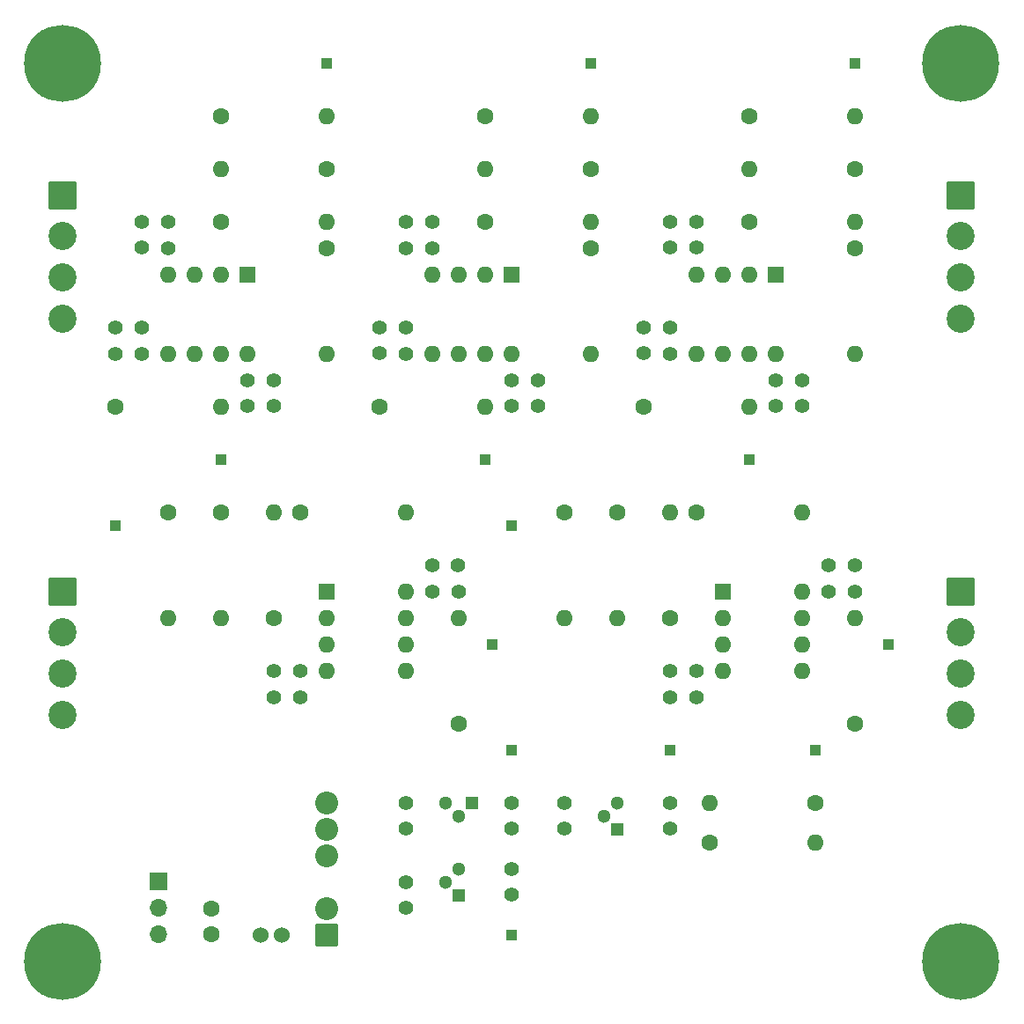
<source format=gbr>
%TF.GenerationSoftware,KiCad,Pcbnew,8.0.2*%
%TF.CreationDate,2024-06-17T20:12:45-06:00*%
%TF.ProjectId,amplifone-sega-adapter,616d706c-6966-46f6-9e65-2d736567612d,rev?*%
%TF.SameCoordinates,Original*%
%TF.FileFunction,Soldermask,Bot*%
%TF.FilePolarity,Negative*%
%FSLAX46Y46*%
G04 Gerber Fmt 4.6, Leading zero omitted, Abs format (unit mm)*
G04 Created by KiCad (PCBNEW 8.0.2) date 2024-06-17 20:12:45*
%MOMM*%
%LPD*%
G01*
G04 APERTURE LIST*
G04 Aperture macros list*
%AMRoundRect*
0 Rectangle with rounded corners*
0 $1 Rounding radius*
0 $2 $3 $4 $5 $6 $7 $8 $9 X,Y pos of 4 corners*
0 Add a 4 corners polygon primitive as box body*
4,1,4,$2,$3,$4,$5,$6,$7,$8,$9,$2,$3,0*
0 Add four circle primitives for the rounded corners*
1,1,$1+$1,$2,$3*
1,1,$1+$1,$4,$5*
1,1,$1+$1,$6,$7*
1,1,$1+$1,$8,$9*
0 Add four rect primitives between the rounded corners*
20,1,$1+$1,$2,$3,$4,$5,0*
20,1,$1+$1,$4,$5,$6,$7,0*
20,1,$1+$1,$6,$7,$8,$9,0*
20,1,$1+$1,$8,$9,$2,$3,0*%
G04 Aperture macros list end*
%ADD10RoundRect,0.102000X1.000000X-1.000000X1.000000X1.000000X-1.000000X1.000000X-1.000000X-1.000000X0*%
%ADD11C,2.204000*%
%ADD12RoundRect,0.102000X-1.250000X1.250000X-1.250000X-1.250000X1.250000X-1.250000X1.250000X1.250000X0*%
%ADD13C,2.704000*%
%ADD14R,1.300000X1.300000*%
%ADD15C,1.300000*%
%ADD16C,1.400000*%
%ADD17O,1.600000X1.600000*%
%ADD18C,1.600000*%
%ADD19C,0.800000*%
%ADD20C,7.400000*%
%ADD21R,1.000000X1.000000*%
%ADD22R,1.600000X1.600000*%
%ADD23O,1.700000X1.700000*%
%ADD24R,1.700000X1.700000*%
%ADD25C,1.524000*%
G04 APERTURE END LIST*
D10*
%TO.C,PS1*%
X53340000Y-111760000D03*
D11*
X53340000Y-109220000D03*
X53340000Y-104140000D03*
X53340000Y-101600000D03*
X53340000Y-99060000D03*
%TD*%
D12*
%TO.C,J4*%
X114300000Y-40640000D03*
D13*
X114300000Y-44600000D03*
X114300000Y-48560000D03*
X114300000Y-52520000D03*
%TD*%
D12*
%TO.C,J3*%
X114300000Y-78740000D03*
D13*
X114300000Y-82700000D03*
X114300000Y-86660000D03*
X114300000Y-90620000D03*
%TD*%
D12*
%TO.C,J1*%
X27940000Y-78740000D03*
D13*
X27940000Y-82700000D03*
X27940000Y-86660000D03*
X27940000Y-90620000D03*
%TD*%
D12*
%TO.C,J2*%
X27940000Y-40640000D03*
D13*
X27940000Y-44600000D03*
X27940000Y-48560000D03*
X27940000Y-52520000D03*
%TD*%
D14*
%TO.C,U6*%
X81280000Y-101600000D03*
D15*
X80010000Y-100330000D03*
X81280000Y-99060000D03*
%TD*%
D14*
%TO.C,U7*%
X67310000Y-99060000D03*
D15*
X66040000Y-100330000D03*
X64770000Y-99060000D03*
%TD*%
D14*
%TO.C,U8*%
X66040000Y-107950000D03*
D15*
X64770000Y-106680000D03*
X66040000Y-105410000D03*
%TD*%
D16*
%TO.C,C24*%
X86360000Y-45680000D03*
X86360000Y-43180000D03*
%TD*%
D17*
%TO.C,R3*%
X43140000Y-81280000D03*
D18*
X43140000Y-71120000D03*
%TD*%
D17*
%TO.C,R9*%
X104140000Y-43180000D03*
D18*
X93980000Y-43180000D03*
%TD*%
D16*
%TO.C,C9*%
X65960000Y-76200000D03*
X63460000Y-76200000D03*
%TD*%
%TO.C,C33*%
X35560000Y-53380000D03*
X35560000Y-55880000D03*
%TD*%
D19*
%TO.C,H1*%
X30715000Y-27940000D03*
X29902221Y-29902221D03*
X29902221Y-25977779D03*
X27940000Y-30715000D03*
D20*
X27940000Y-27940000D03*
D19*
X27940000Y-25165000D03*
X25977779Y-29902221D03*
X25977779Y-25977779D03*
X25165000Y-27940000D03*
%TD*%
%TO.C,H3*%
X30715000Y-114300000D03*
X29902221Y-116262221D03*
X29902221Y-112337779D03*
X27940000Y-117075000D03*
D20*
X27940000Y-114300000D03*
D19*
X27940000Y-111525000D03*
X25977779Y-116262221D03*
X25977779Y-112337779D03*
X25165000Y-114300000D03*
%TD*%
D17*
%TO.C,R21*%
X53340000Y-55880000D03*
D18*
X53340000Y-45720000D03*
%TD*%
D16*
%TO.C,C30*%
X58420000Y-53360000D03*
X58420000Y-55860000D03*
%TD*%
D17*
%TO.C,R7*%
X93980000Y-60960000D03*
D18*
X83820000Y-60960000D03*
%TD*%
D16*
%TO.C,C16*%
X71120000Y-60920000D03*
X71120000Y-58420000D03*
%TD*%
D21*
%TO.C,TP12*%
X43180000Y-66040000D03*
%TD*%
D17*
%TO.C,R8*%
X48220000Y-71120000D03*
D18*
X48220000Y-81280000D03*
%TD*%
D17*
%TO.C,U5*%
X45720000Y-55880000D03*
X43180000Y-55880000D03*
X40640000Y-55880000D03*
X38100000Y-55880000D03*
X38100000Y-48260000D03*
X40640000Y-48260000D03*
X43180000Y-48260000D03*
D22*
X45720000Y-48260000D03*
%TD*%
D21*
%TO.C,TP6*%
X78740000Y-27940000D03*
%TD*%
D17*
%TO.C,R5*%
X38060000Y-81280000D03*
D18*
X38060000Y-71120000D03*
%TD*%
D21*
%TO.C,TP9*%
X71120000Y-72390000D03*
%TD*%
D16*
%TO.C,C4*%
X86360000Y-53380000D03*
X86360000Y-55880000D03*
%TD*%
D17*
%TO.C,R22*%
X43180000Y-38100000D03*
D18*
X53340000Y-38100000D03*
%TD*%
D16*
%TO.C,C15*%
X73660000Y-60920000D03*
X73660000Y-58420000D03*
%TD*%
%TO.C,C31*%
X60960000Y-53380000D03*
X60960000Y-55880000D03*
%TD*%
D17*
%TO.C,R2*%
X104140000Y-55880000D03*
D18*
X104140000Y-45720000D03*
%TD*%
D21*
%TO.C,TP2*%
X71120000Y-111760000D03*
%TD*%
%TO.C,TP1*%
X71120000Y-93980000D03*
%TD*%
D17*
%TO.C,U4*%
X99060000Y-78740000D03*
X99060000Y-81280000D03*
X99060000Y-83820000D03*
X99060000Y-86360000D03*
X91440000Y-86360000D03*
X91440000Y-83820000D03*
X91440000Y-81280000D03*
D22*
X91440000Y-78740000D03*
%TD*%
D17*
%TO.C,R25*%
X43180000Y-60960000D03*
D18*
X33020000Y-60960000D03*
%TD*%
D21*
%TO.C,TP7*%
X53340000Y-27940000D03*
%TD*%
D16*
%TO.C,C12*%
X104100000Y-78740000D03*
X101600000Y-78740000D03*
%TD*%
%TO.C,C10*%
X66000000Y-78740000D03*
X63500000Y-78740000D03*
%TD*%
D21*
%TO.C,TP10*%
X93980000Y-66040000D03*
%TD*%
D16*
%TO.C,C6*%
X71120000Y-101560000D03*
X71120000Y-99060000D03*
%TD*%
%TO.C,C19*%
X50760000Y-86360000D03*
X48260000Y-86360000D03*
%TD*%
%TO.C,C21*%
X88860000Y-86360000D03*
X86360000Y-86360000D03*
%TD*%
D17*
%TO.C,R6*%
X104140000Y-33020000D03*
D18*
X93980000Y-33020000D03*
%TD*%
D21*
%TO.C,TP13*%
X69215000Y-83820000D03*
%TD*%
D19*
%TO.C,H4*%
X117075000Y-114300000D03*
X116262221Y-116262221D03*
X116262221Y-112337779D03*
X114300000Y-117075000D03*
D20*
X114300000Y-114300000D03*
D19*
X114300000Y-111525000D03*
X112337779Y-116262221D03*
X112337779Y-112337779D03*
X111525000Y-114300000D03*
%TD*%
D16*
%TO.C,C5*%
X60960000Y-101560000D03*
X60960000Y-99060000D03*
%TD*%
D17*
%TO.C,R11*%
X78740000Y-55880000D03*
D18*
X78740000Y-45720000D03*
%TD*%
D21*
%TO.C,TP8*%
X33020000Y-72390000D03*
%TD*%
D18*
%TO.C,C29*%
X42240000Y-109220000D03*
X42240000Y-111720000D03*
%TD*%
D16*
%TO.C,C1*%
X76200000Y-101560000D03*
X76200000Y-99060000D03*
%TD*%
D17*
%TO.C,R17*%
X68580000Y-60960000D03*
D18*
X58420000Y-60960000D03*
%TD*%
D17*
%TO.C,R13*%
X68580000Y-38100000D03*
D18*
X78740000Y-38100000D03*
%TD*%
D17*
%TO.C,R10*%
X66000000Y-81280000D03*
D18*
X66000000Y-91440000D03*
%TD*%
D16*
%TO.C,C2*%
X86360000Y-101560000D03*
X86360000Y-99060000D03*
%TD*%
D17*
%TO.C,R4*%
X93980000Y-38100000D03*
D18*
X104140000Y-38100000D03*
%TD*%
D17*
%TO.C,R18*%
X78740000Y-43180000D03*
D18*
X68580000Y-43180000D03*
%TD*%
D16*
%TO.C,C32*%
X33020000Y-53380000D03*
X33020000Y-55880000D03*
%TD*%
%TO.C,C17*%
X48260000Y-60920000D03*
X48260000Y-58420000D03*
%TD*%
D17*
%TO.C,R23*%
X53340000Y-33020000D03*
D18*
X43180000Y-33020000D03*
%TD*%
D16*
%TO.C,C26*%
X60960000Y-45720000D03*
X60960000Y-43220000D03*
%TD*%
%TO.C,C18*%
X45720000Y-60920000D03*
X45720000Y-58420000D03*
%TD*%
D17*
%TO.C,U2*%
X96520000Y-55880000D03*
X93980000Y-55880000D03*
X91440000Y-55880000D03*
X88900000Y-55880000D03*
X88900000Y-48260000D03*
X91440000Y-48260000D03*
X93980000Y-48260000D03*
D22*
X96520000Y-48260000D03*
%TD*%
D21*
%TO.C,TP3*%
X86360000Y-93980000D03*
%TD*%
D17*
%TO.C,U1*%
X60920000Y-78740000D03*
X60920000Y-81280000D03*
X60920000Y-83820000D03*
X60920000Y-86360000D03*
X53300000Y-86360000D03*
X53300000Y-83820000D03*
X53300000Y-81280000D03*
D22*
X53300000Y-78740000D03*
%TD*%
D17*
%TO.C,R15*%
X78740000Y-33020000D03*
D18*
X68580000Y-33020000D03*
%TD*%
D16*
%TO.C,C7*%
X60960000Y-109180000D03*
X60960000Y-106680000D03*
%TD*%
D17*
%TO.C,R26*%
X100330000Y-102870000D03*
D18*
X90170000Y-102870000D03*
%TD*%
D17*
%TO.C,R16*%
X76200000Y-81280000D03*
D18*
X76200000Y-71120000D03*
%TD*%
D17*
%TO.C,R19*%
X86360000Y-71120000D03*
D18*
X86360000Y-81280000D03*
%TD*%
D17*
%TO.C,R27*%
X53340000Y-43180000D03*
D18*
X43180000Y-43180000D03*
%TD*%
D16*
%TO.C,C13*%
X99060000Y-60920000D03*
X99060000Y-58420000D03*
%TD*%
%TO.C,C23*%
X88900000Y-45680000D03*
X88900000Y-43180000D03*
%TD*%
D17*
%TO.C,U3*%
X71120000Y-55880000D03*
X68580000Y-55880000D03*
X66040000Y-55880000D03*
X63500000Y-55880000D03*
X63500000Y-48260000D03*
X66040000Y-48260000D03*
X68580000Y-48260000D03*
D22*
X71120000Y-48260000D03*
%TD*%
D17*
%TO.C,R12*%
X99060000Y-71120000D03*
D18*
X88900000Y-71120000D03*
%TD*%
D23*
%TO.C,J0*%
X37160000Y-111720000D03*
X37160000Y-109180000D03*
D24*
X37160000Y-106640000D03*
%TD*%
D25*
%TO.C,L1*%
X48990000Y-111760000D03*
X46990000Y-111760000D03*
%TD*%
D16*
%TO.C,C28*%
X35560000Y-45680000D03*
X35560000Y-43180000D03*
%TD*%
D21*
%TO.C,TP4*%
X100330000Y-93980000D03*
%TD*%
D17*
%TO.C,R20*%
X104140000Y-81280000D03*
D18*
X104140000Y-91440000D03*
%TD*%
D17*
%TO.C,R14*%
X81280000Y-81280000D03*
D18*
X81280000Y-71120000D03*
%TD*%
D16*
%TO.C,C25*%
X63500000Y-45720000D03*
X63500000Y-43220000D03*
%TD*%
%TO.C,C20*%
X50760000Y-88900000D03*
X48260000Y-88900000D03*
%TD*%
D19*
%TO.C,H2*%
X117075000Y-27940000D03*
X116262221Y-29902221D03*
X116262221Y-25977779D03*
X114300000Y-30715000D03*
D20*
X114300000Y-27940000D03*
D19*
X114300000Y-25165000D03*
X112337779Y-29902221D03*
X112337779Y-25977779D03*
X111525000Y-27940000D03*
%TD*%
D17*
%TO.C,R24*%
X90170000Y-99060000D03*
D18*
X100330000Y-99060000D03*
%TD*%
D16*
%TO.C,C8*%
X71120000Y-107910000D03*
X71120000Y-105410000D03*
%TD*%
%TO.C,C14*%
X96520000Y-60920000D03*
X96520000Y-58420000D03*
%TD*%
D21*
%TO.C,TP11*%
X68580000Y-66040000D03*
%TD*%
D17*
%TO.C,R1*%
X60920000Y-71120000D03*
D18*
X50760000Y-71120000D03*
%TD*%
D21*
%TO.C,TP14*%
X107315000Y-83820000D03*
%TD*%
D16*
%TO.C,C22*%
X88860000Y-88900000D03*
X86360000Y-88900000D03*
%TD*%
%TO.C,C3*%
X83820000Y-53340000D03*
X83820000Y-55840000D03*
%TD*%
%TO.C,C27*%
X38100000Y-45720000D03*
X38100000Y-43220000D03*
%TD*%
D21*
%TO.C,TP5*%
X104140000Y-27940000D03*
%TD*%
D16*
%TO.C,C11*%
X104100000Y-76200000D03*
X101600000Y-76200000D03*
%TD*%
M02*

</source>
